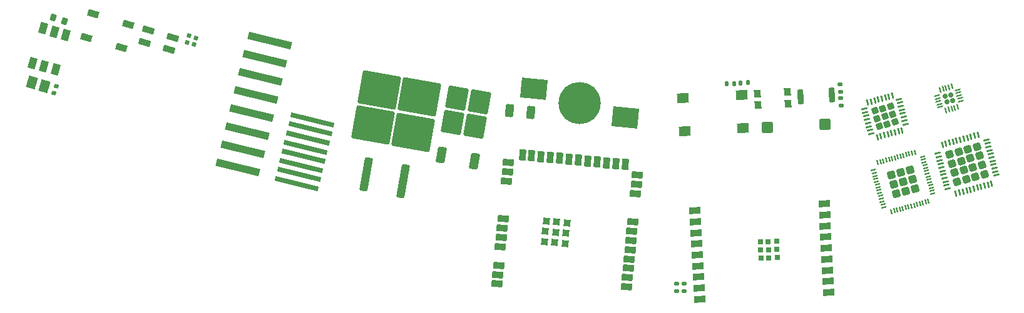
<source format=gbr>
%TF.GenerationSoftware,KiCad,Pcbnew,7.0.6*%
%TF.CreationDate,2023-10-29T15:43:57+01:00*%
%TF.ProjectId,nana,6e616e61-2e6b-4696-9361-645f70636258,rev?*%
%TF.SameCoordinates,Original*%
%TF.FileFunction,Paste,Bot*%
%TF.FilePolarity,Positive*%
%FSLAX46Y46*%
G04 Gerber Fmt 4.6, Leading zero omitted, Abs format (unit mm)*
G04 Created by KiCad (PCBNEW 7.0.6) date 2023-10-29 15:43:57*
%MOMM*%
%LPD*%
G01*
G04 APERTURE LIST*
G04 Aperture macros list*
%AMRoundRect*
0 Rectangle with rounded corners*
0 $1 Rounding radius*
0 $2 $3 $4 $5 $6 $7 $8 $9 X,Y pos of 4 corners*
0 Add a 4 corners polygon primitive as box body*
4,1,4,$2,$3,$4,$5,$6,$7,$8,$9,$2,$3,0*
0 Add four circle primitives for the rounded corners*
1,1,$1+$1,$2,$3*
1,1,$1+$1,$4,$5*
1,1,$1+$1,$6,$7*
1,1,$1+$1,$8,$9*
0 Add four rect primitives between the rounded corners*
20,1,$1+$1,$2,$3,$4,$5,0*
20,1,$1+$1,$4,$5,$6,$7,0*
20,1,$1+$1,$6,$7,$8,$9,0*
20,1,$1+$1,$8,$9,$2,$3,0*%
%AMRotRect*
0 Rectangle, with rotation*
0 The origin of the aperture is its center*
0 $1 length*
0 $2 width*
0 $3 Rotation angle, in degrees counterclockwise*
0 Add horizontal line*
21,1,$1,$2,0,0,$3*%
G04 Aperture macros list end*
%ADD10RoundRect,0.135000X0.185000X-0.135000X0.185000X0.135000X-0.185000X0.135000X-0.185000X-0.135000X0*%
%ADD11RotRect,6.000000X0.650000X166.200000*%
%ADD12RotRect,6.000000X0.670000X166.200000*%
%ADD13RotRect,6.000000X0.660000X166.200000*%
%ADD14RotRect,1.250000X1.600000X163.500000*%
%ADD15RoundRect,0.135000X-0.125133X-0.191812X0.144497X-0.177681X0.125133X0.191812X-0.144497X0.177681X0*%
%ADD16RoundRect,0.222500X0.154947X0.273868X-0.273868X0.154947X-0.154947X-0.273868X0.273868X-0.154947X0*%
%ADD17RoundRect,0.062500X0.344659X0.160441X-0.378064X-0.039987X-0.344659X-0.160441X0.378064X0.039987X0*%
%ADD18RoundRect,0.062500X-0.039987X0.378064X-0.160441X0.344659X0.039987X-0.378064X0.160441X-0.344659X0*%
%ADD19RotRect,6.000000X1.000000X166.200000*%
%ADD20RotRect,1.550000X1.300000X3.000000*%
%ADD21RoundRect,0.200000X-0.269868X-0.206872X0.113660X-0.320478X0.269868X0.206872X-0.113660X0.320478X0*%
%ADD22RoundRect,0.200000X-0.157857X-0.809371X0.241595X-0.788436X0.157857X0.809371X-0.241595X0.788436X0*%
%ADD23RoundRect,0.135000X0.139040X-0.181984X0.215724X0.076898X-0.139040X0.181984X-0.215724X-0.076898X0*%
%ADD24RoundRect,0.135000X0.191812X-0.125133X0.177681X0.144497X-0.191812X0.125133X-0.177681X-0.144497X0*%
%ADD25RoundRect,0.250000X-0.060536X-2.070950X0.651421X1.966761X0.060536X2.070950X-0.651421X-1.966761X0*%
%ADD26RoundRect,0.250000X1.987281X-2.406650X2.690556X1.581821X-1.987281X2.406650X-2.690556X-1.581821X0*%
%ADD27RotRect,1.500000X1.500000X183.000000*%
%ADD28RoundRect,0.250000X0.197082X-0.897863X0.492284X0.776310X-0.197082X0.897863X-0.492284X-0.776310X0*%
%ADD29RoundRect,0.250000X0.886507X-1.450984X1.329310X1.060276X-0.886507X1.450984X-1.329310X-1.060276X0*%
%ADD30RoundRect,0.167500X0.116646X0.206171X-0.206171X0.116646X-0.116646X-0.206171X0.206171X-0.116646X0*%
%ADD31RoundRect,0.050000X0.348000X0.148396X-0.374723X-0.052033X-0.348000X-0.148396X0.374723X0.052033X0*%
%ADD32RoundRect,0.050000X-0.052033X0.374723X-0.148396X0.348000X0.052033X-0.374723X0.148396X-0.348000X0*%
%ADD33RoundRect,0.140000X-0.170000X0.140000X-0.170000X-0.140000X0.170000X-0.140000X0.170000X0.140000X0*%
%ADD34RotRect,1.500000X1.000000X73.500000*%
%ADD35RotRect,0.550000X0.550000X73.500000*%
%ADD36RotRect,3.500000X2.700000X354.500000*%
%ADD37C,5.700000*%
%ADD38RotRect,1.500000X0.900000X3.000000*%
%ADD39RotRect,1.500000X0.900000X183.000000*%
%ADD40RotRect,0.700000X0.700000X183.000000*%
%ADD41RotRect,0.900000X1.000000X183.000000*%
%ADD42RoundRect,0.250000X-0.370965X-0.592171X0.251158X-0.652074X0.370965X0.592171X-0.251158X0.652074X0*%
%ADD43RotRect,1.500000X0.900000X354.500000*%
%ADD44RotRect,1.500000X0.900000X264.500000*%
%ADD45RotRect,1.500000X0.900000X174.500000*%
%ADD46RotRect,0.900000X0.900000X174.500000*%
%ADD47RotRect,1.600000X0.850000X343.500000*%
%ADD48RoundRect,0.250000X0.198472X0.350798X-0.350798X0.198472X-0.198472X-0.350798X0.350798X-0.198472X0*%
%ADD49RoundRect,0.050000X0.323909X0.141715X-0.350633X-0.045352X-0.323909X-0.141715X0.350633X0.045352X0*%
%ADD50RoundRect,0.050000X-0.045352X0.350633X-0.141715X0.323909X0.045352X-0.350633X0.141715X-0.323909X0*%
%ADD51RoundRect,0.250000X0.188026X0.332335X-0.332335X0.188026X-0.188026X-0.332335X0.332335X-0.188026X0*%
%ADD52RotRect,1.500000X0.900000X343.500000*%
G04 APERTURE END LIST*
D10*
%TO.C,R5*%
X160818772Y-122442501D03*
X160818772Y-121422501D03*
%TD*%
D11*
%TO.C,J3*%
X111521712Y-99249176D03*
X111218775Y-100482517D03*
D12*
X110918223Y-101706146D03*
D11*
X110612900Y-102949198D03*
D13*
X110311155Y-104177683D03*
D11*
X110007025Y-105415879D03*
X109704087Y-106649219D03*
X109401150Y-107882560D03*
%TD*%
D14*
%TO.C,D14*%
X75262542Y-94682442D03*
X73575020Y-94182574D03*
%TD*%
D15*
%TO.C,R16*%
X169420986Y-94265734D03*
X170439588Y-94212352D03*
%TD*%
D16*
%TO.C,REF\u002A\u002A*%
X190315098Y-99538999D03*
X190021135Y-98479006D03*
X189727173Y-97419012D03*
X189255104Y-99832961D03*
X188961142Y-98772968D03*
X188667180Y-97712975D03*
X188195111Y-100126924D03*
X187901149Y-99066930D03*
X187607186Y-98006937D03*
D17*
X190842324Y-96435221D03*
X190975943Y-96917036D03*
X191109562Y-97398852D03*
X191243182Y-97880667D03*
X191376801Y-98362482D03*
X191510420Y-98844297D03*
X191644039Y-99326113D03*
X191777658Y-99807928D03*
D18*
X191298889Y-100654150D03*
X190817074Y-100787769D03*
X190335258Y-100921388D03*
X189853443Y-101055008D03*
X189371628Y-101188627D03*
X188889813Y-101322246D03*
X188407997Y-101455865D03*
X187926182Y-101589484D03*
D17*
X187079960Y-101110715D03*
X186946341Y-100628900D03*
X186812722Y-100147084D03*
X186679102Y-99665269D03*
X186545483Y-99183454D03*
X186411864Y-98701639D03*
X186278245Y-98219823D03*
X186144626Y-97738008D03*
D18*
X186623395Y-96891786D03*
X187105210Y-96758167D03*
X187587026Y-96624548D03*
X188068841Y-96490928D03*
X188550656Y-96357309D03*
X189032471Y-96223690D03*
X189514287Y-96090071D03*
X189996102Y-95956452D03*
%TD*%
D19*
%TO.C,J4*%
X105709903Y-88465751D03*
X105104028Y-90932432D03*
X104498153Y-93399113D03*
X103892278Y-95865794D03*
X103286404Y-98332476D03*
X102680529Y-100799157D03*
X102074654Y-103265838D03*
X101468779Y-105732519D03*
%TD*%
D20*
%TO.C,SW3*%
X161845273Y-100782158D03*
X169784377Y-100366087D03*
X161609761Y-96288325D03*
X169548865Y-95872254D03*
%TD*%
D21*
%TO.C,R13*%
X76427755Y-85398201D03*
X78009807Y-85866827D03*
%TD*%
D22*
%TO.C,SW4*%
X177589898Y-96126766D03*
X181784142Y-95906954D03*
%TD*%
D23*
%TO.C,R14*%
X76573930Y-95621503D03*
X76863626Y-94643507D03*
%TD*%
D24*
%TO.C,R17*%
X182949900Y-95419274D03*
X182896518Y-94400672D03*
%TD*%
D25*
%TO.C,U10*%
X123771599Y-107514644D03*
D26*
X119705130Y-99968871D03*
X125170813Y-100932619D03*
X120547324Y-95192554D03*
X126013007Y-96156301D03*
D25*
X118768776Y-106632511D03*
%TD*%
D27*
%TO.C,SW1*%
X180813748Y-99863157D03*
X173024438Y-100271377D03*
%TD*%
D28*
%TO.C,U9*%
X133434818Y-104814633D03*
D29*
X130490747Y-99599166D03*
X133494411Y-100128793D03*
X131072469Y-96300060D03*
X134076132Y-96829687D03*
D28*
X128944095Y-104022797D03*
%TD*%
D30*
%TO.C,REF\u002A\u002A*%
X198118810Y-96619900D03*
X197899675Y-95829723D03*
X197328633Y-96839035D03*
X197109498Y-96048858D03*
D31*
X198797627Y-95175979D03*
X198904523Y-95561431D03*
X199011418Y-95946883D03*
X199118314Y-96332336D03*
X199225209Y-96717788D03*
D32*
X198772554Y-97517852D03*
X198387102Y-97624748D03*
X198001650Y-97731643D03*
X197616197Y-97838539D03*
X197230745Y-97945434D03*
D31*
X196430681Y-97492779D03*
X196323785Y-97107327D03*
X196216890Y-96721875D03*
X196109994Y-96336422D03*
X196003099Y-95950970D03*
D32*
X196455754Y-95150906D03*
X196841206Y-95044010D03*
X197226658Y-94937115D03*
X197612111Y-94830219D03*
X197997563Y-94723324D03*
%TD*%
D33*
%TO.C,C8*%
X161818773Y-121452516D03*
X161818773Y-122412516D03*
%TD*%
D34*
%TO.C,D16*%
X73688831Y-91527205D03*
X75222942Y-91981629D03*
X76757054Y-92436054D03*
X75080506Y-86828988D03*
X76614618Y-87283413D03*
X78148729Y-87737837D03*
%TD*%
D35*
%TO.C,D12*%
X94573035Y-88775007D03*
X94842850Y-87864128D03*
X95753729Y-88133943D03*
X95483914Y-89044822D03*
%TD*%
D36*
%TO.C,D17*%
X141440409Y-95041652D03*
X153823157Y-98946462D03*
D37*
X147631783Y-96994057D03*
%TD*%
D38*
%TO.C,U5*%
X163887487Y-123532508D03*
X163808983Y-122034564D03*
X163730479Y-120536619D03*
X163651975Y-119038675D03*
X163573471Y-117540731D03*
X163494967Y-116042786D03*
X163416463Y-114544842D03*
X163337959Y-113046898D03*
X163259455Y-111548953D03*
D39*
X180735472Y-110633074D03*
X180813976Y-112131019D03*
X180892480Y-113628963D03*
X180970984Y-115126907D03*
X181049488Y-116624851D03*
X181127992Y-118122796D03*
X181206496Y-119620740D03*
X181285000Y-121118684D03*
X181363504Y-122616629D03*
D40*
X172103635Y-115791900D03*
X172161204Y-116890392D03*
X172218774Y-117988885D03*
X173152196Y-115736947D03*
X173209765Y-116835439D03*
X173267335Y-117933932D03*
X174300620Y-115676761D03*
X174358189Y-116775253D03*
X174415759Y-117873746D03*
%TD*%
D41*
%TO.C,SW2*%
X175799464Y-95443433D03*
X171705083Y-95658010D03*
X175883201Y-97041240D03*
X171788820Y-97255817D03*
%TD*%
D42*
%TO.C,R12*%
X138180043Y-97992753D03*
X141091577Y-98273101D03*
%TD*%
D15*
%TO.C,R15*%
X167523592Y-94365167D03*
X168542194Y-94311785D03*
%TD*%
D24*
%TO.C,R18*%
X183049338Y-97316662D03*
X182995956Y-96298060D03*
%TD*%
D43*
%TO.C,U6*%
X136457056Y-121476291D03*
X136578780Y-120212138D03*
X136700505Y-118947985D03*
X136943953Y-116419679D03*
X137065677Y-115155525D03*
X137187401Y-113891372D03*
X137309125Y-112627219D03*
X137796022Y-107570606D03*
X137917746Y-106306453D03*
X138039470Y-105042300D03*
D44*
X139916151Y-103967223D03*
X141180304Y-104088947D03*
X142444458Y-104210671D03*
X143708611Y-104332395D03*
X144972764Y-104454119D03*
X146236917Y-104575843D03*
X147501070Y-104697567D03*
X148765223Y-104819291D03*
X150029377Y-104941015D03*
X151293530Y-105062739D03*
X152557683Y-105184464D03*
X153821836Y-105306188D03*
D45*
X155458903Y-106719601D03*
X155337179Y-107983754D03*
X155215455Y-109247907D03*
X154850283Y-113040367D03*
X154728559Y-114304520D03*
X154606834Y-115568673D03*
X154485110Y-116832826D03*
X154363386Y-118096979D03*
X154241662Y-119361132D03*
X154119938Y-120625286D03*
X153997255Y-121899393D03*
D46*
X143154237Y-112958976D03*
X143154237Y-112958976D03*
X143020053Y-114352530D03*
X142885869Y-115746085D03*
X144547792Y-113093160D03*
X144413608Y-114486714D03*
X144279424Y-115880269D03*
X144279424Y-115880269D03*
X145941347Y-113227344D03*
X145807163Y-114620898D03*
X145672979Y-116014453D03*
%TD*%
D47*
%TO.C,D13*%
X88802814Y-88729031D03*
X89299841Y-87051097D03*
X92655710Y-88045151D03*
X92158683Y-89723085D03*
%TD*%
D48*
%TO.C,REF\u002A\u002A*%
X193060123Y-108576622D03*
X192704696Y-107294994D03*
X192349268Y-106013365D03*
X191778494Y-108932050D03*
X191423067Y-107650421D03*
X191067640Y-106368792D03*
X190496866Y-109287477D03*
X190141438Y-108005848D03*
X189786011Y-106724220D03*
D49*
X194052772Y-104223009D03*
X194159668Y-104608462D03*
X194266563Y-104993914D03*
X194373458Y-105379366D03*
X194480354Y-105764818D03*
X194587249Y-106150270D03*
X194694144Y-106535723D03*
X194801040Y-106921175D03*
X194907935Y-107306627D03*
X195014830Y-107692079D03*
X195121726Y-108077531D03*
X195228621Y-108462983D03*
X195335516Y-108848436D03*
X195442412Y-109233888D03*
D50*
X194850479Y-110280126D03*
X194465026Y-110387022D03*
X194079574Y-110493917D03*
X193694122Y-110600812D03*
X193308670Y-110707708D03*
X192923218Y-110814603D03*
X192537765Y-110921498D03*
X192152313Y-111028394D03*
X191766861Y-111135289D03*
X191381409Y-111242184D03*
X190995957Y-111349080D03*
X190610505Y-111455975D03*
X190225052Y-111562870D03*
X189839600Y-111669766D03*
D49*
X188793362Y-111077833D03*
X188686466Y-110692380D03*
X188579571Y-110306928D03*
X188472676Y-109921476D03*
X188365780Y-109536024D03*
X188258885Y-109150572D03*
X188151990Y-108765119D03*
X188045094Y-108379667D03*
X187938199Y-107994215D03*
X187831304Y-107608763D03*
X187724408Y-107223311D03*
X187617513Y-106837859D03*
X187510618Y-106452406D03*
X187403722Y-106066954D03*
D50*
X187995655Y-105020716D03*
X188381108Y-104913820D03*
X188766560Y-104806925D03*
X189152012Y-104700030D03*
X189537464Y-104593134D03*
X189922916Y-104486239D03*
X190308369Y-104379344D03*
X190693821Y-104272448D03*
X191079273Y-104165553D03*
X191464725Y-104058658D03*
X191850177Y-103951762D03*
X192235629Y-103844867D03*
X192621082Y-103737972D03*
X193006534Y-103631076D03*
%TD*%
D51*
%TO.C,REF\u002A\u002A*%
X202455792Y-106598804D03*
X202111055Y-105355720D03*
X201766317Y-104112637D03*
X201421580Y-102869554D03*
X201212709Y-106943541D03*
X200867971Y-105700458D03*
X200523234Y-104457375D03*
X200178496Y-103214291D03*
X199969626Y-107288279D03*
X199624888Y-106045195D03*
X199280151Y-104802112D03*
X198935413Y-103559029D03*
X198726542Y-107633016D03*
X198381805Y-106389933D03*
X198037067Y-105146850D03*
X197692330Y-103903766D03*
D17*
X202718445Y-101923577D03*
X202852064Y-102405392D03*
X202985683Y-102887207D03*
X203119302Y-103369023D03*
X203252921Y-103850838D03*
X203386541Y-104332653D03*
X203520160Y-104814468D03*
X203653779Y-105296284D03*
X203787398Y-105778099D03*
X203921017Y-106259914D03*
X204054637Y-106741729D03*
D18*
X203401769Y-107895669D03*
X202919954Y-108029288D03*
X202438139Y-108162907D03*
X201956323Y-108296526D03*
X201474508Y-108430145D03*
X200992693Y-108563765D03*
X200510878Y-108697384D03*
X200029062Y-108831003D03*
X199547247Y-108964622D03*
X199065432Y-109098241D03*
X198583617Y-109231861D03*
D17*
X197429677Y-108578993D03*
X197296058Y-108097178D03*
X197162439Y-107615363D03*
X197028820Y-107133547D03*
X196895201Y-106651732D03*
X196761581Y-106169917D03*
X196627962Y-105688102D03*
X196494343Y-105206286D03*
X196360724Y-104724471D03*
X196227105Y-104242656D03*
X196093485Y-103760841D03*
D18*
X196746353Y-102606901D03*
X197228168Y-102473282D03*
X197709983Y-102339663D03*
X198191799Y-102206044D03*
X198673614Y-102072425D03*
X199155429Y-101938805D03*
X199637244Y-101805186D03*
X200119060Y-101671567D03*
X200600875Y-101537948D03*
X201082690Y-101404329D03*
X201564505Y-101270709D03*
%TD*%
D52*
%TO.C,D8*%
X80972566Y-88052262D03*
X81909817Y-84888157D03*
X86608034Y-86279832D03*
X85670783Y-89443937D03*
%TD*%
M02*

</source>
